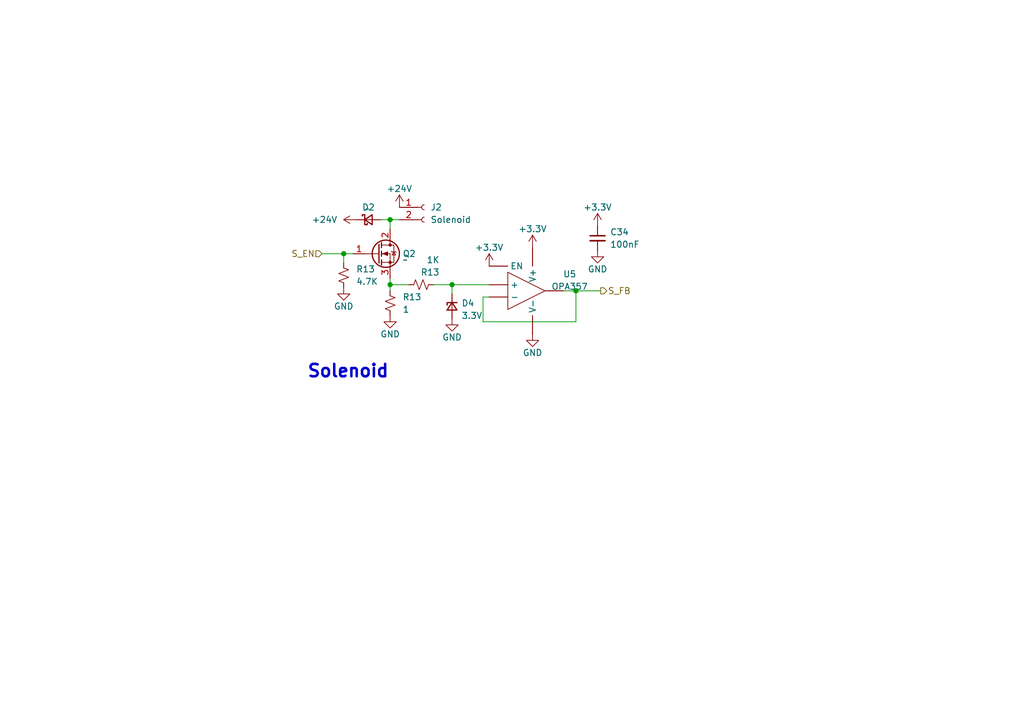
<source format=kicad_sch>
(kicad_sch (version 20230121) (generator eeschema)
  (paper "A5")
  (lib_symbols
    (symbol "Connector:Conn_01x02_Female" (pin_names (offset 1.016) hide)
      (property "Reference" "J" (at 0 2.54 0))
      (property "Value" "Conn_01x02_Female" (at 0 -5.08 0))
      (symbol "Conn_01x02_Female_1_1"
        (arc (start 0 -2.032) (mid -0.5058 -2.54) (end 0 -3.048) (stroke (width 0.1524)))
        (polyline (pts (xy -1.27 -2.54) (xy -0.508 -2.54)) (stroke (width 0.1524)))
        (polyline (pts (xy -1.27 0) (xy -0.508 0)) (stroke (width 0.1524)))
        (arc (start 0 0.508) (mid -0.5058 0) (end 0 -0.508) (stroke (width 0.1524)))
        (pin passive line (at -5.08 0 0) (length 3.81) (name "Pin_1") (number "1"))
        (pin passive line (at -5.08 -2.54 0) (length 3.81) (name "Pin_2") (number "2"))
      )
    )
    (symbol "Device:C_Small" (pin_numbers hide) (pin_names (offset 0.254) hide)
      (property "Reference" "C" (at 0.254 1.778 0))
      (property "Value" "C_Small" (at 0.254 -2.032 0))
      (symbol "C_Small_0_1"
        (polyline (pts (xy -1.524 -0.508) (xy 1.524 -0.508)) (stroke (width 0.3302)))
        (polyline (pts (xy -1.524 0.508) (xy 1.524 0.508)) (stroke (width 0.3048)))
      )
      (symbol "C_Small_1_1"
        (pin passive line (at 0 2.54 270) (length 2.032) (name "~") (number "1"))
        (pin passive line (at 0 -2.54 90) (length 2.032) (name "~") (number "2"))
      )
    )
    (symbol "Device:D_Schottky_Small" (pin_numbers hide) (pin_names (offset 0.254) hide)
      (property "Reference" "D" (at -1.27 2.032 0))
      (property "Value" "D_Schottky_Small" (at -7.112 -2.032 0))
      (symbol "D_Schottky_Small_0_1"
        (polyline (pts (xy -0.762 0) (xy 0.762 0)))
        (polyline (pts (xy 0.762 -1.016) (xy -0.762 0) (xy 0.762 1.016) (xy 0.762 -1.016)) (stroke (width 0.254)))
        (polyline (pts (xy -1.27 0.762) (xy -1.27 1.016) (xy -0.762 1.016) (xy -0.762 -1.016) (xy -0.254 -1.016) (xy -0.254 -0.762)) (stroke (width 0.254)))
      )
      (symbol "D_Schottky_Small_1_1"
        (pin passive line (at -2.54 0 0) (length 1.778) (name "K") (number "1"))
        (pin passive line (at 2.54 0 180) (length 1.778) (name "A") (number "2"))
      )
    )
    (symbol "Device:D_Zener_Small" (pin_numbers hide) (pin_names (offset 0.254) hide)
      (property "Reference" "D" (at 0 2.286 0))
      (property "Value" "D_Zener_Small" (at 0 -2.286 0))
      (symbol "D_Zener_Small_0_1"
        (polyline (pts (xy 0.762 0) (xy -0.762 0)))
        (polyline (pts (xy -0.254 1.016) (xy -0.762 1.016) (xy -0.762 -1.016)) (stroke (width 0.254)))
        (polyline (pts (xy 0.762 1.016) (xy -0.762 0) (xy 0.762 -1.016) (xy 0.762 1.016)) (stroke (width 0.254)))
      )
      (symbol "D_Zener_Small_1_1"
        (pin passive line (at -2.54 0 0) (length 1.778) (name "K") (number "1"))
        (pin passive line (at 2.54 0 180) (length 1.778) (name "A") (number "2"))
      )
    )
    (symbol "Device:Q_NMOS_GDS" (pin_names (offset 0) hide)
      (property "Reference" "Q" (at 5.08 1.27 0))
      (property "Value" "Q_NMOS_GDS" (at 5.08 -1.27 0))
      (symbol "Q_NMOS_GDS_0_1"
        (polyline (pts (xy 0.254 0) (xy -2.54 0)))
        (polyline (pts (xy 0.254 1.905) (xy 0.254 -1.905)) (stroke (width 0.254)))
        (polyline (pts (xy 0.762 -1.27) (xy 0.762 -2.286)) (stroke (width 0.254)))
        (polyline (pts (xy 0.762 0.508) (xy 0.762 -0.508)) (stroke (width 0.254)))
        (polyline (pts (xy 0.762 2.286) (xy 0.762 1.27)) (stroke (width 0.254)))
        (polyline (pts (xy 2.54 2.54) (xy 2.54 1.778)))
        (polyline (pts (xy 2.54 -2.54) (xy 2.54 0) (xy 0.762 0)))
        (polyline (pts (xy 0.762 -1.778) (xy 3.302 -1.778) (xy 3.302 1.778) (xy 0.762 1.778)))
        (polyline (pts (xy 1.016 0) (xy 2.032 0.381) (xy 2.032 -0.381) (xy 1.016 0)) (fill (type outline)))
        (polyline (pts (xy 2.794 0.508) (xy 2.921 0.381) (xy 3.683 0.381) (xy 3.81 0.254)))
        (polyline (pts (xy 3.302 0.381) (xy 2.921 -0.254) (xy 3.683 -0.254) (xy 3.302 0.381)))
        (circle (center 1.651 0) (radius 2.794) (stroke (width 0.254)))
        (circle (center 2.54 -1.778) (radius 0.254) (fill (type outline)))
        (circle (center 2.54 1.778) (radius 0.254) (fill (type outline)))
      )
      (symbol "Q_NMOS_GDS_1_1"
        (pin input line (at -5.08 0 0) (length 2.54) (name "G") (number "1"))
        (pin passive line (at 2.54 5.08 270) (length 2.54) (name "D") (number "2"))
        (pin passive line (at 2.54 -5.08 90) (length 2.54) (name "S") (number "3"))
      )
    )
    (symbol "Device:R_Small_US" (pin_numbers hide) (pin_names (offset 0.254) hide)
      (property "Reference" "R" (at 0.762 0.508 0))
      (property "Value" "R_Small_US" (at 0.762 -1.016 0))
      (symbol "R_Small_US_1_1"
        (polyline (pts (xy 0 0) (xy 1.016 -0.381) (xy 0 -0.762) (xy -1.016 -1.143) (xy 0 -1.524)))
        (polyline (pts (xy 0 1.524) (xy 1.016 1.143) (xy 0 0.762) (xy -1.016 0.381) (xy 0 0)))
        (pin passive line (at 0 2.54 270) (length 1.016) (name "~") (number "1"))
        (pin passive line (at 0 -2.54 90) (length 1.016) (name "~") (number "2"))
      )
    )
    (symbol "ECU:OPA357" (pin_numbers hide)
      (property "Reference" "U" (at 8.89 7.62 0))
      (property "Value" "OPA357" (at 8.89 5.08 0))
      (symbol "OPA357_0_1"
        (polyline (pts (xy -2.54 3.81) (xy -2.54 -3.81) (xy 5.08 0) (xy -2.54 3.81)) (stroke (width 0.1524)))
      )
      (symbol "OPA357_1_1"
        (pin output line (at 8.89 0 180) (length 3.81) (name "") (number "1"))
        (pin power_in line (at 2.54 -8.89 90) (length 3.81) (name "V-") (number "2"))
        (pin input line (at -6.35 1.27 0) (length 3.81) (name "+") (number "3"))
        (pin input line (at -6.35 -1.27 0) (length 3.81) (name "-") (number "4"))
        (pin input line (at -6.35 5.08 0) (length 3.81) (name "EN") (number "5"))
        (pin power_in line (at 2.54 8.89 270) (length 3.81) (name "V+") (number "6"))
      )
    )
    (symbol "power:+24V" (power) (pin_names (offset 0))
      (property "Value" "+24V" (at 0 3.556 0))
      (symbol "+24V_0_1"
        (polyline (pts (xy -0.762 1.27) (xy 0 2.54)))
        (polyline (pts (xy 0 0) (xy 0 2.54)))
        (polyline (pts (xy 0 2.54) (xy 0.762 1.27)))
      )
      (symbol "+24V_1_1"
        (pin power_in line (at 0 0 90) (length 0) hide (name "+24V") (number "1"))
      )
    )
    (symbol "power:+3.3V" (power) (pin_names (offset 0))
      (property "Value" "+3.3V" (at 0 3.556 0))
      (symbol "+3.3V_0_1"
        (polyline (pts (xy -0.762 1.27) (xy 0 2.54)))
        (polyline (pts (xy 0 0) (xy 0 2.54)))
        (polyline (pts (xy 0 2.54) (xy 0.762 1.27)))
      )
      (symbol "+3.3V_1_1"
        (pin power_in line (at 0 0 90) (length 0) hide (name "+3.3V") (number "1"))
      )
    )
    (symbol "power:GND" (power) (pin_names (offset 0))
      (property "Value" "GND" (at 0 -3.81 0))
      (symbol "GND_0_1"
        (polyline (pts (xy 0 0) (xy 0 -1.27) (xy 1.27 -1.27) (xy 0 -2.54) (xy -1.27 -1.27) (xy 0 -1.27)))
      )
      (symbol "GND_1_1"
        (pin power_in line (at 0 0 270) (length 0) hide (name "GND") (number "1"))
      )
    )
  )
  (junction (at 92.71 58.42))
  (junction (at 118.11 59.69))
  (junction (at 70.485 52.07))
  (junction (at 80.01 58.42))
  (junction (at 80.01 45.085))
  (wire (pts (xy 66.04 52.07) (xy 70.485 52.07)))
  (wire (pts (xy 92.71 58.42) (xy 100.33 58.42)))
  (wire (pts (xy 99.06 60.96) (xy 99.06 66.04)))
  (wire (pts (xy 92.71 58.42) (xy 92.71 60.325)))
  (wire (pts (xy 99.06 60.96) (xy 100.33 60.96)))
  (wire (pts (xy 118.11 59.69) (xy 123.19 59.69)))
  (wire (pts (xy 70.485 52.07) (xy 72.39 52.07)))
  (wire (pts (xy 78.105 45.085) (xy 80.01 45.085)))
  (wire (pts (xy 80.01 45.085) (xy 81.915 45.085)))
  (wire (pts (xy 70.485 52.07) (xy 70.485 53.975)))
  (wire (pts (xy 80.01 58.42) (xy 83.82 58.42)))
  (wire (pts (xy 118.11 66.04) (xy 118.11 59.69)))
  (wire (pts (xy 118.11 59.69) (xy 115.57 59.69)))
  (wire (pts (xy 80.01 58.42) (xy 80.01 59.69)))
  (wire (pts (xy 80.01 45.085) (xy 80.01 46.99)))
  (wire (pts (xy 99.06 66.04) (xy 118.11 66.04)))
  (wire (pts (xy 88.9 58.42) (xy 92.71 58.42)))
  (wire (pts (xy 80.01 57.15) (xy 80.01 58.42)))
  (text "Solenoid\n\n" (at 62.865 81.915 0) (effects (font (size 2.55 2.55) (thickness 0.51) bold) (justify left bottom)))
  (hierarchical_label "S_FB" (shape output) (at 123.19 59.69 0))
  (hierarchical_label "S_EN" (shape input) (at 66.04 52.07 180))
  (symbol (lib_id "power:GND") (at 80.01 64.77 0) (unit 1)
    (property "Reference" "#PWR0129" (effects hide))
    (property "Value" "GND" (at 80.01 68.58 0))
    (instances (project "ECU_2.0_Proto1" (path "" (reference "#PWR0129") (unit 1))) (project "ECU" (path "" (reference "#PWR098") (unit 1))) (project "PT_reading" (path "" (reference "#PWR02") (unit 1))) (project "rocket2-gse" (path "" (reference "#PWR053") (unit 1))) (project "ECU_1.0_Final" (path "" (reference "#PWR030") (unit 1))) (project "rocket2-gse-hardware" (path "" (reference "#PWR03") (unit 1)) (path "" (reference "#PWR013") (unit 1)) (path "" (reference "#PWR023") (unit 1)) (path "" (reference "#PWR033") (unit 1)) (path "" (reference "#PWR043") (unit 1)) (path "" (reference "#PWR053") (unit 1)) (path "" (reference "#PWR063") (unit 1)) (path "" (reference "#PWR03") (unit 1)) (path "" (reference "#PWR073") (unit 1)) (path "" (reference "#PWR083") (unit 1))))
  )
  (symbol (lib_id "power:+3.3V") (at 109.22 50.8 0) (unit 1)
    (property "Reference" "#PWR066" (effects hide))
    (property "Value" "+3.3V" (at 109.22 46.99 0))
    (instances (project "rocket2-gse" (path "" (reference "#PWR066") (unit 1))) (project "ECU_1.0_Final" (path "" (reference "#PWR032") (unit 1))) (project "rocket2-gse-hardware" (path "" (reference "#PWR07") (unit 1)) (path "" (reference "#PWR017") (unit 1)) (path "" (reference "#PWR027") (unit 1)) (path "" (reference "#PWR037") (unit 1)) (path "" (reference "#PWR047") (unit 1)) (path "" (reference "#PWR057") (unit 1)) (path "" (reference "#PWR067") (unit 1)) (path "" (reference "#PWR07") (unit 1)) (path "" (reference "#PWR077") (unit 1)) (path "" (reference "#PWR087") (unit 1))))
  )
  (symbol (lib_id "power:+3.3V") (at 100.33 54.61 0) (unit 1)
    (property "Reference" "#PWR061" (effects hide))
    (property "Value" "+3.3V" (at 100.33 50.8 0))
    (instances (project "rocket2-gse" (path "" (reference "#PWR061") (unit 1))) (project "ECU_1.0_Final" (path "" (reference "#PWR022") (unit 1))) (project "rocket2-gse-hardware" (path "" (reference "#PWR06") (unit 1)) (path "" (reference "#PWR016") (unit 1)) (path "" (reference "#PWR026") (unit 1)) (path "" (reference "#PWR036") (unit 1)) (path "" (reference "#PWR046") (unit 1)) (path "" (reference "#PWR056") (unit 1)) (path "" (reference "#PWR066") (unit 1)) (path "" (reference "#PWR06") (unit 1)) (path "" (reference "#PWR076") (unit 1)) (path "" (reference "#PWR086") (unit 1))))
  )
  (symbol (lib_id "ECU:OPA357") (at 106.68 59.69 0) (unit 1)
    (property "Reference" "U5" (at 116.84 56.2611 0))
    (property "Value" "OPA357" (at 116.84 58.8011 0))
    (property "Footprint" "Package_TO_SOT_SMD:SOT-23-6" (effects hide))
    (property "Datasheet" "https://rocelec.widen.net/view/pdf/tqd35j5qps/opa2357.pdf?t.download=true&u=5oefqw" (effects hide))
    (property "Manufacturer" "TI" (effects hide))
    (property "Part #" "OPA357AIDBVT" (effects hide))
    (instances (project "rocket2-gse" (path "" (reference "U5") (unit 1))) (project "ECU_1.0_Final" (path "" (reference "U2") (unit 1))) (project "rocket2-gse-hardware" (path "" (reference "U2") (unit 1)) (path "" (reference "U3") (unit 1)) (path "" (reference "U4") (unit 1)) (path "" (reference "U5") (unit 1)) (path "" (reference "U6") (unit 1)) (path "" (reference "U7") (unit 1)) (path "" (reference "U8") (unit 1)) (path "" (reference "U2") (unit 1)) (path "" (reference "U9") (unit 1)) (path "" (reference "U10") (unit 1))))
  )
  (symbol (lib_id "Device:R_Small_US") (at 70.485 56.515 0) (unit 1)
    (property "Reference" "R13" (at 73.025 55.245 0) (effects (justify left)))
    (property "Value" "4.7K" (at 73.025 57.785 0) (effects (justify left)))
    (property "Footprint" "Resistor_SMD:R_0402_1005Metric" (effects hide))
    (property "Manufacturer" "Generic" (effects hide))
    (property "Part #" "Generic 1K 0402 Resistor" (effects hide))
    (instances (project "ECU_2.0_Proto1" (path "" (reference "R13") (unit 1))) (project "ECU" (path "" (reference "R16") (unit 1))) (project "PT_reading" (path "" (reference "R19") (unit 1))) (project "rocket2-gse" (path "" (reference "R9") (unit 1))) (project "ECU_1.0_Final" (path "" (reference "R4") (unit 1))) (project "rocket2-gse-hardware" (path "" (reference "R1") (unit 1)) (path "" (reference "R4") (unit 1)) (path "" (reference "R7") (unit 1)) (path "" (reference "R10") (unit 1)) (path "" (reference "R13") (unit 1)) (path "" (reference "R16") (unit 1)) (path "" (reference "R19") (unit 1)) (path "" (reference "R1") (unit 1)) (path "" (reference "R22") (unit 1)) (path "" (reference "R25") (unit 1))))
  )
  (symbol (lib_id "Device:Q_NMOS_GDS") (at 77.47 52.07 0) (unit 1)
    (property "Reference" "Q2" (at 82.55 52.07 0) (effects (justify left)))
    (property "Value" "~" (at 82.55 53.34 0) (effects (justify left)))
    (property "Footprint" "Package_TO_SOT_THT:TO-220-3_Vertical" (effects hide))
    (property "Datasheet" "https://www.diodes.com/assets/Datasheets/DMG3402L.pdf" (effects hide))
    (property "Manufacturer" "Diodes" (effects hide))
    (property "Part #" "DMG3402L" (effects hide))
    (instances (project "ECU" (path "" (reference "Q2") (unit 1))) (project "rocket2-gse" (path "" (reference "Q2") (unit 1))) (project "ECU_1.0_Final" (path "" (reference "Q1") (unit 1))) (project "rocket2-gse-hardware" (path "" (reference "Q1") (unit 1)) (path "" (reference "Q2") (unit 1)) (path "" (reference "Q3") (unit 1)) (path "" (reference "Q4") (unit 1)) (path "" (reference "Q5") (unit 1)) (path "" (reference "Q6") (unit 1)) (path "" (reference "Q7") (unit 1)) (path "" (reference "Q1") (unit 1)) (path "" (reference "Q8") (unit 1)) (path "" (reference "Q9") (unit 1))))
  )
  (symbol (lib_id "power:+24V") (at 81.915 42.545 0) (unit 1)
    (property "Reference" "#PWR055" (effects hide))
    (property "Value" "+24V" (at 81.915 38.735 0))
    (instances (project "rocket2-gse" (path "" (reference "#PWR055") (unit 1))) (project "ECU_1.0_Final" (path "" (reference "#PWR020") (unit 1))) (project "rocket2-gse-hardware" (path "" (reference "#PWR04") (unit 1)) (path "" (reference "#PWR014") (unit 1)) (path "" (reference "#PWR024") (unit 1)) (path "" (reference "#PWR034") (unit 1)) (path "" (reference "#PWR044") (unit 1)) (path "" (reference "#PWR054") (unit 1)) (path "" (reference "#PWR064") (unit 1)) (path "" (reference "#PWR04") (unit 1)) (path "" (reference "#PWR074") (unit 1)) (path "" (reference "#PWR084") (unit 1))))
  )
  (symbol (lib_id "Device:C_Small") (at 122.555 48.895 0) (unit 1)
    (property "Reference" "C34" (at 125.095 47.625 0) (effects (justify left)))
    (property "Value" "100nF" (at 125.095 50.165 0) (effects (justify left)))
    (property "Footprint" "Capacitor_SMD:C_0402_1005Metric" (effects hide))
    (property "Manufacturer" "Generic" (effects hide))
    (property "Part #" "Generic 100nF 0402 Capacitor" (effects hide))
    (instances (project "ECU_2.0_Proto1" (path "" (reference "C34") (unit 1))) (project "ECU" (path "" (reference "C15") (unit 1))) (project "PT_reading" (path "" (reference "C13") (unit 1))) (project "rocket2-gse" (path "" (reference "C12") (unit 1))) (project "ECU_1.0_Final" (path "" (reference "C11") (unit 1))) (project "rocket2-gse-hardware" (path "" (reference "C1") (unit 1)) (path "" (reference "C2") (unit 1)) (path "" (reference "C3") (unit 1)) (path "" (reference "C4") (unit 1)) (path "" (reference "C5") (unit 1)) (path "" (reference "C6") (unit 1)) (path "" (reference "C7") (unit 1)) (path "" (reference "C1") (unit 1)) (path "" (reference "C8") (unit 1)) (path "" (reference "C9") (unit 1))))
  )
  (symbol (lib_id "Device:D_Zener_Small") (at 92.71 62.865 90) (mirror x) (unit 1)
    (property "Reference" "D4" (at 94.615 62.23 90) (effects (justify right)))
    (property "Value" "3.3V" (at 94.615 64.77 90) (effects (justify right)))
    (property "Footprint" "Diode_SMD:D_MiniMELF" (effects hide))
    (property "Datasheet" "https://www.onsemi.com/pdf/datasheet/mmsz4678t1-d.pdf" (effects hide))
    (property "Manufacturer" "onsemi" (effects hide))
    (property "Part #" "MMSZ4684T1G" (effects hide))
    (instances (project "ECU_2.0_Proto1" (path "" (reference "D4") (unit 1))) (project "PT_reading" (path "" (reference "D7") (unit 1))) (project "rocket2-gse" (path "" (reference "D9") (unit 1))) (project "ECU_1.0_Final" (path "" (reference "D3") (unit 1))) (project "rocket2-gse-hardware" (path "" (reference "D2") (unit 1)) (path "" (reference "D4") (unit 1)) (path "" (reference "D6") (unit 1)) (path "" (reference "D8") (unit 1)) (path "" (reference "D10") (unit 1)) (path "" (reference "D12") (unit 1)) (path "" (reference "D14") (unit 1)) (path "" (reference "D2") (unit 1)) (path "" (reference "D16") (unit 1)) (path "" (reference "D18") (unit 1))))
  )
  (symbol (lib_id "power:GND") (at 122.555 51.435 0) (unit 1)
    (property "Reference" "#PWR0117" (effects hide))
    (property "Value" "GND" (at 122.555 55.245 0))
    (instances (project "ECU_2.0_Proto1" (path "" (reference "#PWR0117") (unit 1))) (project "ECU" (path "" (reference "#PWR0110") (unit 1))) (project "PT_reading" (path "" (reference "#PWR048") (unit 1))) (project "rocket2-gse" (path "" (reference "#PWR074") (unit 1))) (project "ECU_1.0_Final" (path "" (reference "#PWR035") (unit 1))) (project "rocket2-gse-hardware" (path "" (reference "#PWR010") (unit 1)) (path "" (reference "#PWR020") (unit 1)) (path "" (reference "#PWR030") (unit 1)) (path "" (reference "#PWR040") (unit 1)) (path "" (reference "#PWR050") (unit 1)) (path "" (reference "#PWR060") (unit 1)) (path "" (reference "#PWR070") (unit 1)) (path "" (reference "#PWR010") (unit 1)) (path "" (reference "#PWR080") (unit 1)) (path "" (reference "#PWR090") (unit 1))))
  )
  (symbol (lib_id "power:+3.3V") (at 122.555 46.355 0) (unit 1)
    (property "Reference" "#PWR073" (effects hide))
    (property "Value" "+3.3V" (at 122.555 42.545 0))
    (instances (project "rocket2-gse" (path "" (reference "#PWR073") (unit 1))) (project "ECU_1.0_Final" (path "" (reference "#PWR034") (unit 1))) (project "rocket2-gse-hardware" (path "" (reference "#PWR09") (unit 1)) (path "" (reference "#PWR019") (unit 1)) (path "" (reference "#PWR029") (unit 1)) (path "" (reference "#PWR039") (unit 1)) (path "" (reference "#PWR049") (unit 1)) (path "" (reference "#PWR059") (unit 1)) (path "" (reference "#PWR069") (unit 1)) (path "" (reference "#PWR09") (unit 1)) (path "" (reference "#PWR079") (unit 1)) (path "" (reference "#PWR089") (unit 1))))
  )
  (symbol (lib_id "power:GND") (at 70.485 59.055 0) (unit 1)
    (property "Reference" "#PWR0129" (effects hide))
    (property "Value" "GND" (at 70.485 62.865 0))
    (instances (project "ECU_2.0_Proto1" (path "" (reference "#PWR0129") (unit 1))) (project "ECU" (path "" (reference "#PWR098") (unit 1))) (project "PT_reading" (path "" (reference "#PWR02") (unit 1))) (project "rocket2-gse" (path "" (reference "#PWR047") (unit 1))) (project "ECU_1.0_Final" (path "" (reference "#PWR029") (unit 1))) (project "rocket2-gse-hardware" (path "" (reference "#PWR01") (unit 1)) (path "" (reference "#PWR011") (unit 1)) (path "" (reference "#PWR021") (unit 1)) (path "" (reference "#PWR031") (unit 1)) (path "" (reference "#PWR041") (unit 1)) (path "" (reference "#PWR051") (unit 1)) (path "" (reference "#PWR061") (unit 1)) (path "" (reference "#PWR01") (unit 1)) (path "" (reference "#PWR071") (unit 1)) (path "" (reference "#PWR081") (unit 1))))
  )
  (symbol (lib_id "Connector:Conn_01x02_Female") (at 86.995 42.545 0) (unit 1)
    (property "Reference" "J2" (at 88.265 42.545 0) (effects (justify left)))
    (property "Value" "Solenoid" (at 88.265 45.085 0) (effects (justify left)))
    (property "Footprint" "TerminalBlock:TerminalBlock_bornier-2_P5.08mm" (effects hide))
    (property "Manufacturer" "Generic" (effects hide))
    (property "Part #" "Generic 2x5.08 Screw Terminal" (effects hide))
    (instances (project "ECU" (path "" (reference "J2") (unit 1))) (project "rocket2-gse" (path "" (reference "J5") (unit 1))) (project "ECU_1.0_Final" (path "" (reference "J1") (unit 1))) (project "rocket2-gse-hardware" (path "" (reference "J1") (unit 1)) (path "" (reference "J2") (unit 1)) (path "" (reference "J3") (unit 1)) (path "" (reference "J4") (unit 1)) (path "" (reference "J5") (unit 1)) (path "" (reference "J6") (unit 1)) (path "" (reference "J7") (unit 1)) (path "" (reference "J1") (unit 1)) (path "" (reference "J8") (unit 1)) (path "" (reference "J9") (unit 1))))
  )
  (symbol (lib_id "power:+24V") (at 73.025 45.085 90) (unit 1)
    (property "Reference" "#PWR010" (effects hide))
    (property "Value" "+24V" (at 69.215 45.085 90) (effects (justify left)))
    (instances (project "ECU" (path "" (reference "#PWR010") (unit 1))) (project "rocket2-gse" (path "" (reference "#PWR051") (unit 1))) (project "ECU_1.0_Final" (path "" (reference "#PWR021") (unit 1))) (project "rocket2-gse-hardware" (path "" (reference "#PWR02") (unit 1)) (path "" (reference "#PWR012") (unit 1)) (path "" (reference "#PWR022") (unit 1)) (path "" (reference "#PWR032") (unit 1)) (path "" (reference "#PWR042") (unit 1)) (path "" (reference "#PWR052") (unit 1)) (path "" (reference "#PWR062") (unit 1)) (path "" (reference "#PWR02") (unit 1)) (path "" (reference "#PWR072") (unit 1)) (path "" (reference "#PWR082") (unit 1))))
  )
  (symbol (lib_id "Device:R_Small_US") (at 80.01 62.23 0) (unit 1)
    (property "Reference" "R13" (at 82.55 60.96 0) (effects (justify left)))
    (property "Value" "1" (at 82.55 63.5 0) (effects (justify left)))
    (property "Footprint" "Resistor_SMD:R_0402_1005Metric" (effects hide))
    (property "Manufacturer" "Generic" (effects hide))
    (property "Part #" "Generic 1K 0402 Resistor" (effects hide))
    (instances (project "ECU_2.0_Proto1" (path "" (reference "R13") (unit 1))) (project "ECU" (path "" (reference "R16") (unit 1))) (project "PT_reading" (path "" (reference "R19") (unit 1))) (project "rocket2-gse" (path "" (reference "R12") (unit 1))) (project "ECU_1.0_Final" (path "" (reference "R5") (unit 1))) (project "rocket2-gse-hardware" (path "" (reference "R2") (unit 1)) (path "" (reference "R5") (unit 1)) (path "" (reference "R8") (unit 1)) (path "" (reference "R11") (unit 1)) (path "" (reference "R14") (unit 1)) (path "" (reference "R17") (unit 1)) (path "" (reference "R20") (unit 1)) (path "" (reference "R2") (unit 1)) (path "" (reference "R23") (unit 1)) (path "" (reference "R26") (unit 1))))
  )
  (symbol (lib_id "Device:D_Schottky_Small") (at 75.565 45.085 0) (unit 1)
    (property "Reference" "D2" (at 75.565 42.545 0))
    (property "Value" "~" (at 75.311 42.9061 0))
    (property "Footprint" "Diode_SMD:D_SMA" (effects hide))
    (property "Datasheet" "https://www.smc-diodes.com/propdf/S1A-S1M%20N0560%20REV.B.pdf" (effects hide))
    (property "Manufacturer" "Diodes" (effects hide))
    (property "Part #" "S1M" (effects hide))
    (instances (project "ECU" (path "" (reference "D2") (unit 1))) (project "rocket2-gse" (path "" (reference "D6") (unit 1))) (project "ECU_1.0_Final" (path "" (reference "D1") (unit 1))) (project "rocket2-gse-hardware" (path "" (reference "D1") (unit 1)) (path "" (reference "D3") (unit 1)) (path "" (reference "D5") (unit 1)) (path "" (reference "D7") (unit 1)) (path "" (reference "D9") (unit 1)) (path "" (reference "D11") (unit 1)) (path "" (reference "D13") (unit 1)) (path "" (reference "D1") (unit 1)) (path "" (reference "D15") (unit 1)) (path "" (reference "D17") (unit 1))))
  )
  (symbol (lib_id "Device:R_Small_US") (at 86.36 58.42 90) (unit 1)
    (property "Reference" "R13" (at 90.17 55.88 90) (effects (justify left)))
    (property "Value" "1K" (at 90.17 53.34 90) (effects (justify left)))
    (property "Footprint" "Resistor_SMD:R_0402_1005Metric" (effects hide))
    (property "Manufacturer" "Generic" (effects hide))
    (property "Part #" "Generic 1K 0402 Resistor" (effects hide))
    (instances (project "ECU_2.0_Proto1" (path "" (reference "R13") (unit 1))) (project "ECU" (path "" (reference "R16") (unit 1))) (project "PT_reading" (path "" (reference "R19") (unit 1))) (project "rocket2-gse" (path "" (reference "R14") (unit 1))) (project "ECU_1.0_Final" (path "" (reference "R1") (unit 1))) (project "rocket2-gse-hardware" (path "" (reference "R3") (unit 1)) (path "" (reference "R6") (unit 1)) (path "" (reference "R9") (unit 1)) (path "" (reference "R12") (unit 1)) (path "" (reference "R15") (unit 1)) (path "" (reference "R18") (unit 1)) (path "" (reference "R21") (unit 1)) (path "" (reference "R3") (unit 1)) (path "" (reference "R24") (unit 1)) (path "" (reference "R27") (unit 1))))
  )
  (symbol (lib_id "power:GND") (at 109.22 68.58 0) (unit 1)
    (property "Reference" "#PWR0141" (effects hide))
    (property "Value" "GND" (at 109.22 72.39 0))
    (instances (project "ECU_2.0_Proto1" (path "" (reference "#PWR0141") (unit 1))) (project "ECU" (path "" (reference "#PWR0104") (unit 1))) (project "PT_reading" (path "" (reference "#PWR05") (unit 1))) (project "rocket2-gse" (path "" (reference "#PWR067") (unit 1))) (project "ECU_1.0_Final" (path "" (reference "#PWR033") (unit 1))) (project "rocket2-gse-hardware" (path "" (reference "#PWR08") (unit 1)) (path "" (reference "#PWR018") (unit 1)) (path "" (reference "#PWR028") (unit 1)) (path "" (reference "#PWR038") (unit 1)) (path "" (reference "#PWR048") (unit 1)) (path "" (reference "#PWR058") (unit 1)) (path "" (reference "#PWR068") (unit 1)) (path "" (reference "#PWR08") (unit 1)) (path "" (reference "#PWR078") (unit 1)) (path "" (reference "#PWR088") (unit 1))))
  )
  (symbol (lib_id "power:GND") (at 92.71 65.405 0) (unit 1)
    (property "Reference" "#PWR0132" (effects hide))
    (property "Value" "GND" (at 92.71 69.215 0))
    (instances (project "ECU_2.0_Proto1" (path "" (reference "#PWR0132") (unit 1))) (project "ECU" (path "" (reference "#PWR098") (unit 1))) (project "PT_reading" (path "" (reference "#PWR070") (unit 1))) (project "rocket2-gse" (path "" (reference "#PWR058") (unit 1))) (project "ECU_1.0_Final" (path "" (reference "#PWR031") (unit 1))) (project "rocket2-gse-hardware" (path "" (reference "#PWR05") (unit 1)) (path "" (reference "#PWR015") (unit 1)) (path "" (reference "#PWR025") (unit 1)) (path "" (reference "#PWR035") (unit 1)) (path "" (reference "#PWR045") (unit 1)) (path "" (reference "#PWR055") (unit 1)) (path "" (reference "#PWR065") (unit 1)) (path "" (reference "#PWR05") (unit 1)) (path "" (reference "#PWR075") (unit 1)) (path "" (reference "#PWR085") (unit 1))))
  )
)
</source>
